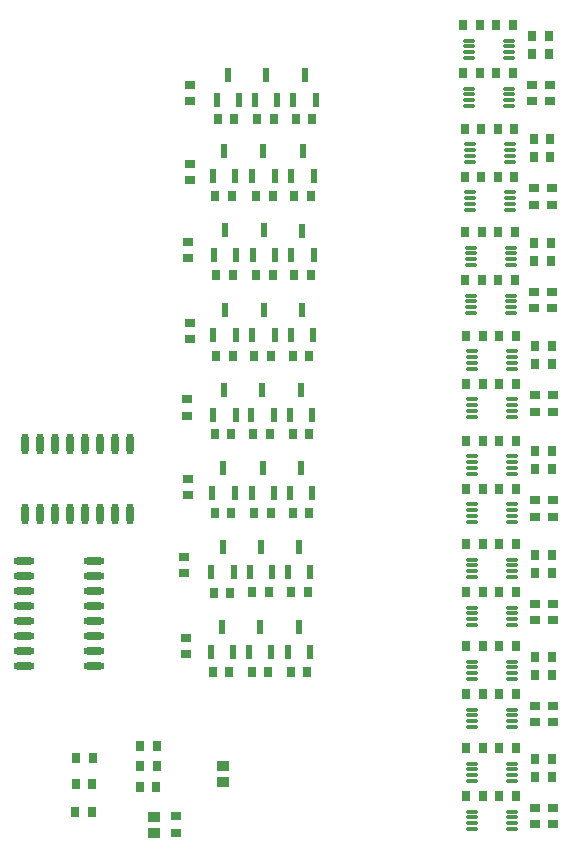
<source format=gtp>
G04*
G04 #@! TF.GenerationSoftware,Altium Limited,Altium Designer,20.0.2 (26)*
G04*
G04 Layer_Color=8421504*
%FSLAX25Y25*%
%MOIN*%
G70*
G01*
G75*
%ADD17O,0.02362X0.07079*%
%ADD18O,0.07079X0.02362*%
%ADD19R,0.02362X0.05118*%
%ADD20R,0.03150X0.03543*%
%ADD21R,0.03543X0.03150*%
%ADD22R,0.03150X0.03543*%
%ADD23R,0.03543X0.03150*%
%ADD24R,0.03937X0.03543*%
%ADD25O,0.04331X0.01102*%
D17*
X63300Y155000D02*
D03*
X68300Y155000D02*
D03*
X73300Y155000D02*
D03*
X78300D02*
D03*
X83300D02*
D03*
X88300D02*
D03*
X93300Y155000D02*
D03*
X98300Y155000D02*
D03*
X63300Y178400D02*
D03*
X68300Y178400D02*
D03*
X73300Y178400D02*
D03*
X78300D02*
D03*
X83300D02*
D03*
X88300D02*
D03*
X93300Y178400D02*
D03*
X98300Y178400D02*
D03*
D18*
X63200Y139400D02*
D03*
Y134400D02*
D03*
Y129400D02*
D03*
Y124400D02*
D03*
Y119400D02*
D03*
Y114400D02*
D03*
Y109400D02*
D03*
Y104400D02*
D03*
X86600Y139400D02*
D03*
Y134400D02*
D03*
Y129400D02*
D03*
Y124400D02*
D03*
Y119400D02*
D03*
Y114400D02*
D03*
Y109400D02*
D03*
Y104400D02*
D03*
D19*
X154860Y144068D02*
D03*
X158600Y135800D02*
D03*
X151120D02*
D03*
X142100Y144034D02*
D03*
X145840Y135766D02*
D03*
X138360D02*
D03*
X129300Y144034D02*
D03*
X133040Y135766D02*
D03*
X125560D02*
D03*
X154800Y117434D02*
D03*
X158540Y109166D02*
D03*
X151060D02*
D03*
X141800Y117434D02*
D03*
X145540Y109166D02*
D03*
X138060D02*
D03*
X129060Y117400D02*
D03*
X132800Y109132D02*
D03*
X125320D02*
D03*
X127300Y293266D02*
D03*
X134780D02*
D03*
X131040Y301534D02*
D03*
X126460Y241466D02*
D03*
X133940D02*
D03*
X130200Y249734D02*
D03*
X152900Y293300D02*
D03*
X160380D02*
D03*
X156640Y301568D02*
D03*
X140100Y293300D02*
D03*
X147580D02*
D03*
X143840Y301568D02*
D03*
X152160Y241366D02*
D03*
X159640D02*
D03*
X155900Y249634D02*
D03*
X139360Y241466D02*
D03*
X146840D02*
D03*
X143100Y249734D02*
D03*
X151660Y188166D02*
D03*
X159140D02*
D03*
X155400Y196434D02*
D03*
X138860Y188166D02*
D03*
X146340D02*
D03*
X142600Y196434D02*
D03*
X126160Y188166D02*
D03*
X133640D02*
D03*
X129900Y196434D02*
D03*
X151760Y162166D02*
D03*
X159240D02*
D03*
X155500Y170434D02*
D03*
X138960Y162166D02*
D03*
X146440D02*
D03*
X142700Y170434D02*
D03*
X125860Y162066D02*
D03*
X133340D02*
D03*
X129600Y170334D02*
D03*
X126260Y214732D02*
D03*
X133740D02*
D03*
X130000Y223000D02*
D03*
X139260Y214732D02*
D03*
X146740D02*
D03*
X143000Y223000D02*
D03*
X151960Y214732D02*
D03*
X159440D02*
D03*
X155700Y223000D02*
D03*
X156000Y276134D02*
D03*
X159740Y267866D02*
D03*
X152260D02*
D03*
X142900Y276134D02*
D03*
X146640Y267866D02*
D03*
X139160D02*
D03*
X129800Y276134D02*
D03*
X133540Y267866D02*
D03*
X126060D02*
D03*
D20*
X131856Y128900D02*
D03*
X126344Y128900D02*
D03*
X139144Y129000D02*
D03*
X144656Y129000D02*
D03*
X152144Y129100D02*
D03*
X157656Y129100D02*
D03*
X131571Y102466D02*
D03*
X126060Y102466D02*
D03*
X139004Y102366D02*
D03*
X144515Y102366D02*
D03*
X152104Y102466D02*
D03*
X157615Y102466D02*
D03*
X159196Y286934D02*
D03*
X153684Y286934D02*
D03*
X127685Y286834D02*
D03*
X133196Y286834D02*
D03*
X146296Y286834D02*
D03*
X140784Y286834D02*
D03*
X158656Y234900D02*
D03*
X153144Y234900D02*
D03*
X127144Y234800D02*
D03*
X132656Y234800D02*
D03*
X145956Y234800D02*
D03*
X140444Y234800D02*
D03*
X158256Y181800D02*
D03*
X152744Y181800D02*
D03*
X144956Y181800D02*
D03*
X139444Y181800D02*
D03*
X126744Y181800D02*
D03*
X132256Y181800D02*
D03*
X145356Y155500D02*
D03*
X139844Y155500D02*
D03*
X126644Y155400D02*
D03*
X132156Y155400D02*
D03*
X158256Y155500D02*
D03*
X152744Y155500D02*
D03*
X158256Y207966D02*
D03*
X152744Y207966D02*
D03*
X145356Y207966D02*
D03*
X139844Y207966D02*
D03*
X127144Y207966D02*
D03*
X132656Y207966D02*
D03*
X140444Y261300D02*
D03*
X145956Y261300D02*
D03*
X132456Y261300D02*
D03*
X126944Y261300D02*
D03*
X153244Y261300D02*
D03*
X158756Y261300D02*
D03*
X233000Y274000D02*
D03*
X238512Y274000D02*
D03*
X233000Y280000D02*
D03*
X238512Y280000D02*
D03*
X226511Y267500D02*
D03*
X215511D02*
D03*
X226511Y283500D02*
D03*
X215511D02*
D03*
X80400Y65000D02*
D03*
X85912Y65000D02*
D03*
X107356Y77800D02*
D03*
X101844Y77800D02*
D03*
X239012Y135500D02*
D03*
X233500Y135500D02*
D03*
X238756Y239500D02*
D03*
X233244Y239500D02*
D03*
X239012Y141500D02*
D03*
X233500Y141500D02*
D03*
X238756Y245500D02*
D03*
X233244Y245500D02*
D03*
X239012Y170000D02*
D03*
X233500Y170000D02*
D03*
X239012Y67500D02*
D03*
X233500Y67500D02*
D03*
X239012Y176000D02*
D03*
X233500Y176000D02*
D03*
X239012Y73500D02*
D03*
X233500Y73500D02*
D03*
X239000Y205000D02*
D03*
X233489Y205000D02*
D03*
X238000Y308500D02*
D03*
X232489Y308500D02*
D03*
X239012Y101500D02*
D03*
X233500Y101500D02*
D03*
X239000Y211000D02*
D03*
X233489Y211000D02*
D03*
X238000Y314500D02*
D03*
X232489Y314500D02*
D03*
X239012Y107500D02*
D03*
X233500Y107500D02*
D03*
X227011Y129000D02*
D03*
X216011D02*
D03*
X226756Y233000D02*
D03*
X215756D02*
D03*
X227011Y145000D02*
D03*
X216011D02*
D03*
X226756Y249000D02*
D03*
X215756D02*
D03*
X227011Y163500D02*
D03*
X216011D02*
D03*
X227011Y61000D02*
D03*
X216011D02*
D03*
X227011Y179500D02*
D03*
X216011D02*
D03*
X227011Y77000D02*
D03*
X216011D02*
D03*
X227000Y198500D02*
D03*
X216000D02*
D03*
X226000Y302000D02*
D03*
X215000D02*
D03*
X227011Y95000D02*
D03*
X216011D02*
D03*
X227000Y214500D02*
D03*
X216000D02*
D03*
X226000Y318000D02*
D03*
X215000D02*
D03*
X227011Y111000D02*
D03*
X216011D02*
D03*
D21*
X116600Y135444D02*
D03*
X116600Y140956D02*
D03*
X116960Y108410D02*
D03*
X116960Y113922D02*
D03*
X118440Y298189D02*
D03*
X118440Y292678D02*
D03*
X117900Y245856D02*
D03*
X117900Y240344D02*
D03*
X117400Y193456D02*
D03*
X117400Y187944D02*
D03*
X117700Y166856D02*
D03*
X117700Y161344D02*
D03*
X118500Y218922D02*
D03*
X118500Y213410D02*
D03*
X118300Y266444D02*
D03*
X118300Y271956D02*
D03*
X239000Y258244D02*
D03*
X239000Y263756D02*
D03*
X233000Y258244D02*
D03*
X233000Y263756D02*
D03*
X239500Y125256D02*
D03*
X239500Y119744D02*
D03*
X233500Y125256D02*
D03*
X233500Y119744D02*
D03*
X239244Y229256D02*
D03*
X239245Y223744D02*
D03*
X233244Y229256D02*
D03*
X233244Y223744D02*
D03*
X239500Y159756D02*
D03*
X239500Y154244D02*
D03*
X233500Y159756D02*
D03*
X233500Y154244D02*
D03*
X239500Y57256D02*
D03*
X239500Y51744D02*
D03*
X233500Y57256D02*
D03*
X233500Y51744D02*
D03*
X239489Y194756D02*
D03*
X239489Y189244D02*
D03*
X233489Y194756D02*
D03*
X233489Y189244D02*
D03*
X238489Y298256D02*
D03*
X238489Y292744D02*
D03*
X232489Y298256D02*
D03*
X232489Y292744D02*
D03*
X239500Y91256D02*
D03*
X239500Y85744D02*
D03*
X233500Y91256D02*
D03*
X233500Y85744D02*
D03*
D22*
X221000Y267500D02*
D03*
X210000D02*
D03*
X221000Y283500D02*
D03*
X210000D02*
D03*
X85956Y73900D02*
D03*
X80445D02*
D03*
X85656Y55700D02*
D03*
X80145D02*
D03*
X101645Y64100D02*
D03*
X107156D02*
D03*
X107355Y71000D02*
D03*
X101844D02*
D03*
X221500Y129000D02*
D03*
X210500D02*
D03*
X221244Y233000D02*
D03*
X210244D02*
D03*
X221500Y145000D02*
D03*
X210500D02*
D03*
X221244Y249000D02*
D03*
X210244D02*
D03*
X221500Y163500D02*
D03*
X210500D02*
D03*
X221500Y61000D02*
D03*
X210500D02*
D03*
X221500Y179500D02*
D03*
X210500D02*
D03*
X221500Y77000D02*
D03*
X210500D02*
D03*
X221489Y198500D02*
D03*
X210489D02*
D03*
X220489Y302000D02*
D03*
X209489D02*
D03*
X221500Y95000D02*
D03*
X210500D02*
D03*
X221489Y214500D02*
D03*
X210489D02*
D03*
X220489Y318000D02*
D03*
X209489D02*
D03*
X221500Y111000D02*
D03*
X210500D02*
D03*
D23*
X113700Y54355D02*
D03*
Y48844D02*
D03*
D24*
X106600Y54058D02*
D03*
Y48742D02*
D03*
X129500Y71258D02*
D03*
Y65943D02*
D03*
D25*
X212308Y123953D02*
D03*
Y121985D02*
D03*
Y120017D02*
D03*
Y118047D02*
D03*
X225693D02*
D03*
Y120017D02*
D03*
Y121985D02*
D03*
Y123953D02*
D03*
X212052Y227954D02*
D03*
Y225985D02*
D03*
Y224016D02*
D03*
Y222047D02*
D03*
X225437D02*
D03*
Y224016D02*
D03*
Y225985D02*
D03*
Y227954D02*
D03*
X212308Y139953D02*
D03*
Y137985D02*
D03*
Y136016D02*
D03*
Y134047D02*
D03*
X225693D02*
D03*
Y136016D02*
D03*
Y137985D02*
D03*
Y139953D02*
D03*
X212052Y243953D02*
D03*
Y241985D02*
D03*
Y240017D02*
D03*
Y238048D02*
D03*
X225437D02*
D03*
Y240017D02*
D03*
Y241985D02*
D03*
Y243953D02*
D03*
X212308Y158454D02*
D03*
Y156484D02*
D03*
Y154516D02*
D03*
Y152548D02*
D03*
X225693D02*
D03*
Y154516D02*
D03*
Y156484D02*
D03*
Y158454D02*
D03*
X211807Y262454D02*
D03*
Y260485D02*
D03*
Y258517D02*
D03*
Y256547D02*
D03*
X225192D02*
D03*
Y258517D02*
D03*
Y260485D02*
D03*
Y262454D02*
D03*
X212308Y55954D02*
D03*
Y53984D02*
D03*
Y52017D02*
D03*
Y50047D02*
D03*
X225693D02*
D03*
Y52017D02*
D03*
Y53984D02*
D03*
Y55954D02*
D03*
X212308Y174453D02*
D03*
Y172485D02*
D03*
Y170517D02*
D03*
Y168547D02*
D03*
X225693D02*
D03*
Y170517D02*
D03*
Y172485D02*
D03*
Y174453D02*
D03*
X211807Y278453D02*
D03*
Y276484D02*
D03*
Y274517D02*
D03*
Y272548D02*
D03*
X225192D02*
D03*
Y274517D02*
D03*
Y276484D02*
D03*
Y278453D02*
D03*
X212308Y71953D02*
D03*
Y69985D02*
D03*
Y68016D02*
D03*
Y66048D02*
D03*
X225693D02*
D03*
Y68016D02*
D03*
Y69985D02*
D03*
Y71953D02*
D03*
X212296Y193454D02*
D03*
Y191484D02*
D03*
Y189516D02*
D03*
Y187548D02*
D03*
X225681D02*
D03*
Y189516D02*
D03*
Y191484D02*
D03*
Y193454D02*
D03*
X211296Y296954D02*
D03*
Y294985D02*
D03*
Y293017D02*
D03*
Y291048D02*
D03*
X224681D02*
D03*
Y293017D02*
D03*
Y294985D02*
D03*
Y296954D02*
D03*
X212308Y89954D02*
D03*
Y87985D02*
D03*
Y86016D02*
D03*
Y84048D02*
D03*
X225693D02*
D03*
Y86016D02*
D03*
Y87985D02*
D03*
Y89954D02*
D03*
X212296Y209454D02*
D03*
Y207485D02*
D03*
Y205517D02*
D03*
Y203548D02*
D03*
X225681D02*
D03*
Y205517D02*
D03*
Y207485D02*
D03*
Y209454D02*
D03*
X211296Y312953D02*
D03*
Y310984D02*
D03*
Y309016D02*
D03*
Y307048D02*
D03*
X224681D02*
D03*
Y309016D02*
D03*
Y310984D02*
D03*
Y312953D02*
D03*
X212308Y105954D02*
D03*
Y103984D02*
D03*
Y102016D02*
D03*
Y100048D02*
D03*
X225693D02*
D03*
Y102016D02*
D03*
Y103984D02*
D03*
Y105954D02*
D03*
M02*

</source>
